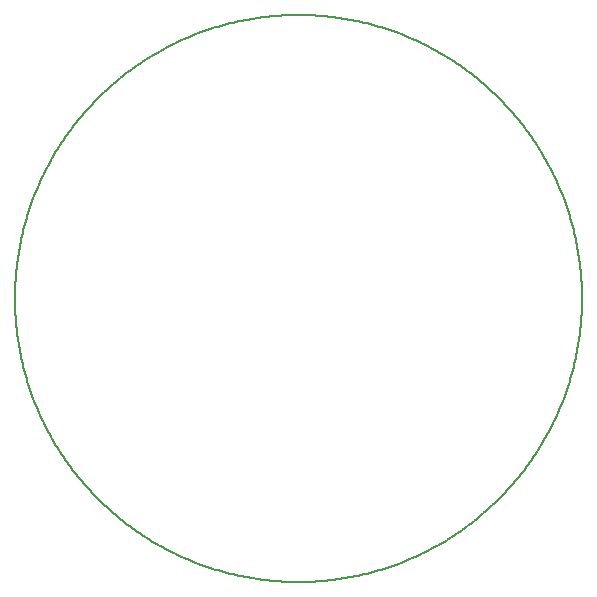
<source format=gko>
G04 Layer_Color=16711935*
%FSLAX25Y25*%
%MOIN*%
G70*
G01*
G75*
%ADD24C,0.00500*%
D24*
X-94500Y19D02*
X-94495Y-984D01*
X-94479Y-1987D01*
X-94452Y-2990D01*
X-94415Y-3992D01*
X-94367Y-4994D01*
X-94309Y-5995D01*
X-94239Y-6995D01*
X-94160Y-7995D01*
X-94069Y-8994D01*
X-93968Y-9992D01*
X-93857Y-10989D01*
X-93735Y-11984D01*
X-93602Y-12979D01*
X-93459Y-13971D01*
X-93305Y-14962D01*
X-93141Y-15952D01*
X-92966Y-16939D01*
X-92781Y-17925D01*
X-92585Y-18909D01*
X-92379Y-19890D01*
X-92163Y-20870D01*
X-91936Y-21847D01*
X-91698Y-22821D01*
X-91451Y-23793D01*
X-91193Y-24762D01*
X-90925Y-25729D01*
X-90646Y-26692D01*
X-90358Y-27653D01*
X-90059Y-28610D01*
X-89750Y-29564D01*
X-89431Y-30515D01*
X-89102Y-31463D01*
X-88763Y-32407D01*
X-88414Y-33347D01*
X-88055Y-34283D01*
X-87686Y-35216D01*
X-87307Y-36145D01*
X-86918Y-37069D01*
X-86519Y-37990D01*
X-86111Y-38906D01*
X-85693Y-39818D01*
X-85265Y-40725D01*
X-84828Y-41627D01*
X-84382Y-42525D01*
X-83925Y-43418D01*
X-83460Y-44307D01*
X-82984Y-45190D01*
X-82500Y-46068D01*
X-82006Y-46941D01*
X-81503Y-47809D01*
X-80991Y-48671D01*
X-80470Y-49528D01*
X-79939Y-50379D01*
X-79400Y-51225D01*
X-78851Y-52065D01*
X-78294Y-52899D01*
X-77728Y-53727D01*
X-77153Y-54549D01*
X-76570Y-55364D01*
X-75978Y-56174D01*
X-75377Y-56977D01*
X-74768Y-57774D01*
X-74150Y-58564D01*
X-73524Y-59348D01*
X-72890Y-60125D01*
X-72248Y-60895D01*
X-71597Y-61659D01*
X-70938Y-62415D01*
X-70272Y-63164D01*
X-69597Y-63907D01*
X-68915Y-64642D01*
X-68225Y-65369D01*
X-67527Y-66090D01*
X-66822Y-66803D01*
X-66109Y-67508D01*
X-65388Y-68206D01*
X-64660Y-68896D01*
X-63925Y-69578D01*
X-63183Y-70253D01*
X-62434Y-70920D01*
X-61677Y-71578D01*
X-60914Y-72229D01*
X-60144Y-72871D01*
X-59367Y-73506D01*
X-58583Y-74131D01*
X-57793Y-74749D01*
X-56996Y-75358D01*
X-56193Y-75959D01*
X-55383Y-76551D01*
X-54567Y-77135D01*
X-53746Y-77709D01*
X-52918Y-78275D01*
X-52084Y-78833D01*
X-51244Y-79381D01*
X-50398Y-79920D01*
X-49547Y-80451D01*
X-48690Y-80972D01*
X-47828Y-81484D01*
X-46960Y-81987D01*
X-46087Y-82481D01*
X-45209Y-82965D01*
X-44326Y-83441D01*
X-43437Y-83906D01*
X-42544Y-84363D01*
X-41646Y-84809D01*
X-40744Y-85247D01*
X-39836Y-85674D01*
X-38925Y-86092D01*
X-38008Y-86501D01*
X-37088Y-86899D01*
X-36163Y-87288D01*
X-35235Y-87667D01*
X-34302Y-88036D01*
X-33366Y-88395D01*
X-32426Y-88744D01*
X-31482Y-89083D01*
X-30534Y-89412D01*
X-29583Y-89731D01*
X-28629Y-90040D01*
X-27672Y-90339D01*
X-26711Y-90627D01*
X-25748Y-90906D01*
X-24781Y-91174D01*
X-23812Y-91432D01*
X-22840Y-91679D01*
X-21866Y-91917D01*
X-20888Y-92144D01*
X-19909Y-92360D01*
X-18928Y-92566D01*
X-17944Y-92762D01*
X-16958Y-92947D01*
X-15971Y-93122D01*
X-14981Y-93286D01*
X-13990Y-93440D01*
X-12998Y-93583D01*
X-12003Y-93716D01*
X-11008Y-93838D01*
X-10011Y-93949D01*
X-9013Y-94050D01*
X-8015Y-94141D01*
X-7015Y-94220D01*
X-6014Y-94289D01*
X-5013Y-94348D01*
X-4011Y-94396D01*
X-3009Y-94433D01*
X-2006Y-94460D01*
X-1003Y-94476D01*
X-0Y-94481D01*
X-0D02*
X1003Y-94476D01*
X2006Y-94460D01*
X3008Y-94433D01*
X4011Y-94396D01*
X5012Y-94348D01*
X6014Y-94290D01*
X7014Y-94220D01*
X8014Y-94141D01*
X9013Y-94050D01*
X10011Y-93949D01*
X11007Y-93838D01*
X12003Y-93716D01*
X12997Y-93583D01*
X13990Y-93440D01*
X14981Y-93286D01*
X15970Y-93122D01*
X16958Y-92947D01*
X17943Y-92762D01*
X18927Y-92566D01*
X19909Y-92360D01*
X20888Y-92144D01*
X21865Y-91917D01*
X22839Y-91680D01*
X23811Y-91432D01*
X24781Y-91174D01*
X25747Y-90906D01*
X26711Y-90628D01*
X27671Y-90339D01*
X28629Y-90040D01*
X29583Y-89731D01*
X30533Y-89412D01*
X31481Y-89083D01*
X32425Y-88744D01*
X33365Y-88395D01*
X34301Y-88036D01*
X35234Y-87667D01*
X36163Y-87288D01*
X37087Y-86899D01*
X38008Y-86501D01*
X38924Y-86093D01*
X39836Y-85675D01*
X40743Y-85247D01*
X41645Y-84810D01*
X42543Y-84363D01*
X43436Y-83907D01*
X44325Y-83441D01*
X45208Y-82966D01*
X46086Y-82481D01*
X46959Y-81988D01*
X47827Y-81485D01*
X48689Y-80973D01*
X49546Y-80451D01*
X50397Y-79921D01*
X51243Y-79382D01*
X52083Y-78833D01*
X52916Y-78276D01*
X53744Y-77710D01*
X54566Y-77135D01*
X55382Y-76552D01*
X56192Y-75960D01*
X56995Y-75359D01*
X57792Y-74750D01*
X58582Y-74132D01*
X59365Y-73506D01*
X60142Y-72872D01*
X60913Y-72230D01*
X61676Y-71579D01*
X62432Y-70921D01*
X63182Y-70254D01*
X63924Y-69580D01*
X64659Y-68897D01*
X65387Y-68207D01*
X66107Y-67509D01*
X66820Y-66804D01*
X67526Y-66091D01*
X68224Y-65371D01*
X68914Y-64643D01*
X69596Y-63908D01*
X70271Y-63166D01*
X70937Y-62416D01*
X71596Y-61660D01*
X72246Y-60897D01*
X72889Y-60126D01*
X73523Y-59350D01*
X74149Y-58566D01*
X74767Y-57776D01*
X75376Y-56979D01*
X75976Y-56176D01*
X76569Y-55366D01*
X77152Y-54550D01*
X77727Y-53728D01*
X78293Y-52901D01*
X78850Y-52067D01*
X79398Y-51227D01*
X79938Y-50381D01*
X80468Y-49530D01*
X80990Y-48673D01*
X81502Y-47811D01*
X82005Y-46943D01*
X82499Y-46070D01*
X82983Y-45192D01*
X83458Y-44309D01*
X83924Y-43421D01*
X84380Y-42528D01*
X84827Y-41630D01*
X85264Y-40727D01*
X85692Y-39820D01*
X86110Y-38908D01*
X86518Y-37992D01*
X86917Y-37072D01*
X87306Y-36147D01*
X87685Y-35219D01*
X88054Y-34286D01*
X88413Y-33349D01*
X88762Y-32409D01*
X89101Y-31466D01*
X89430Y-30518D01*
X89749Y-29567D01*
X90058Y-28613D01*
X90357Y-27656D01*
X90645Y-26695D01*
X90924Y-25732D01*
X91192Y-24765D01*
X91450Y-23796D01*
X91698Y-22824D01*
X91935Y-21850D01*
X92162Y-20873D01*
X92378Y-19893D01*
X92584Y-18912D01*
X92780Y-17928D01*
X92965Y-16942D01*
X93140Y-15955D01*
X93304Y-14965D01*
X93458Y-13974D01*
X93601Y-12982D01*
X93734Y-11988D01*
X93856Y-10992D01*
X93968Y-9995D01*
X94069Y-8997D01*
X94159Y-7999D01*
X94239Y-6999D01*
X94308Y-5998D01*
X94367Y-4997D01*
X94415Y-3995D01*
X94452Y-2993D01*
X94479Y-1991D01*
X94495Y-988D01*
X94500Y15D01*
Y19D01*
X94495Y1022D01*
X94479Y2025D01*
X94452Y3027D01*
X94415Y4030D01*
X94367Y5031D01*
X94308Y6033D01*
X94239Y7033D01*
X94160Y8033D01*
X94069Y9032D01*
X93968Y10030D01*
X93857Y11027D01*
X93735Y12022D01*
X93602Y13016D01*
X93459Y14009D01*
X93305Y15000D01*
X93141Y15990D01*
X92966Y16977D01*
X92781Y17963D01*
X92585Y18947D01*
X92379Y19928D01*
X92162Y20907D01*
X91936Y21884D01*
X91698Y22859D01*
X91451Y23831D01*
X91193Y24800D01*
X90925Y25767D01*
X90646Y26730D01*
X90358Y27691D01*
X90059Y28648D01*
X89750Y29602D01*
X89431Y30553D01*
X89102Y31501D01*
X88763Y32445D01*
X88414Y33385D01*
X88055Y34321D01*
X87686Y35254D01*
X87307Y36182D01*
X86918Y37107D01*
X86519Y38028D01*
X86111Y38944D01*
X85693Y39855D01*
X85265Y40763D01*
X84828Y41665D01*
X84381Y42563D01*
X83925Y43456D01*
X83459Y44345D01*
X82984Y45228D01*
X82500Y46106D01*
X82006Y46979D01*
X81503Y47847D01*
X80991Y48709D01*
X80470Y49566D01*
X79939Y50417D01*
X79400Y51263D01*
X78851Y52103D01*
X78294Y52937D01*
X77728Y53764D01*
X77153Y54586D01*
X76570Y55402D01*
X75978Y56212D01*
X75377Y57015D01*
X74768Y57812D01*
X74150Y58602D01*
X73524Y59386D01*
X72890Y60163D01*
X72248Y60933D01*
X71597Y61696D01*
X70938Y62453D01*
X70272Y63202D01*
X69597Y63944D01*
X68915Y64679D01*
X68225Y65407D01*
X67527Y66128D01*
X66821Y66840D01*
X66109Y67546D01*
X65388Y68244D01*
X64660Y68934D01*
X63925Y69616D01*
X63183Y70291D01*
X62434Y70957D01*
X61677Y71616D01*
X60914Y72267D01*
X60144Y72909D01*
X59367Y73543D01*
X58583Y74169D01*
X57793Y74787D01*
X56996Y75396D01*
X56193Y75997D01*
X55383Y76589D01*
X54567Y77172D01*
X53746Y77747D01*
X52918Y78313D01*
X52084Y78870D01*
X51244Y79419D01*
X50398Y79958D01*
X49547Y80488D01*
X48690Y81010D01*
X47828Y81522D01*
X46960Y82025D01*
X46087Y82519D01*
X45209Y83003D01*
X44326Y83478D01*
X43437Y83944D01*
X42544Y84400D01*
X41646Y84847D01*
X40744Y85284D01*
X39836Y85712D01*
X38925Y86130D01*
X38008Y86538D01*
X37088Y86937D01*
X36163Y87326D01*
X35235Y87704D01*
X34302Y88073D01*
X33366Y88433D01*
X32425Y88782D01*
X31482Y89121D01*
X30534Y89450D01*
X29583Y89769D01*
X28629Y90078D01*
X27672Y90377D01*
X26711Y90665D01*
X25747Y90944D01*
X24781Y91212D01*
X23812Y91470D01*
X22840Y91717D01*
X21865Y91954D01*
X20888Y92181D01*
X19909Y92398D01*
X18927Y92604D01*
X17944Y92800D01*
X16958Y92985D01*
X15970Y93160D01*
X14981Y93324D01*
X13990Y93478D01*
X12997Y93621D01*
X12003Y93753D01*
X11008Y93876D01*
X10011Y93987D01*
X9013Y94088D01*
X8014Y94178D01*
X7014Y94258D01*
X6014Y94327D01*
X5012Y94386D01*
X4011Y94434D01*
X3008Y94471D01*
X2006Y94498D01*
X1003Y94514D01*
X-0Y94519D01*
X-1003Y94514D01*
X-2006Y94498D01*
X-3008Y94471D01*
X-4011Y94434D01*
X-5013Y94386D01*
X-6014Y94327D01*
X-7014Y94258D01*
X-8014Y94178D01*
X-9013Y94088D01*
X-10011Y93987D01*
X-11008Y93876D01*
X-12003Y93753D01*
X-12997Y93621D01*
X-13990Y93478D01*
X-14981Y93324D01*
X-15971Y93160D01*
X-16958Y92985D01*
X-17944Y92800D01*
X-18928Y92604D01*
X-19909Y92398D01*
X-20889Y92181D01*
X-21866Y91954D01*
X-22840Y91717D01*
X-23812Y91470D01*
X-24781Y91212D01*
X-25748Y90944D01*
X-26711Y90665D01*
X-27672Y90377D01*
X-28629Y90078D01*
X-29583Y89769D01*
X-30534Y89450D01*
X-31482Y89121D01*
X-32426Y88782D01*
X-33366Y88433D01*
X-34302Y88073D01*
X-35235Y87704D01*
X-36164Y87326D01*
X-37088Y86937D01*
X-38009Y86538D01*
X-38925Y86130D01*
X-39836Y85712D01*
X-40744Y85284D01*
X-41646Y84847D01*
X-42544Y84400D01*
X-43437Y83944D01*
X-44326Y83478D01*
X-45209Y83003D01*
X-46087Y82519D01*
X-46960Y82025D01*
X-47828Y81522D01*
X-48690Y81010D01*
X-49547Y80488D01*
X-50398Y79958D01*
X-51244Y79419D01*
X-52084Y78870D01*
X-52918Y78313D01*
X-53746Y77747D01*
X-54568Y77172D01*
X-55383Y76589D01*
X-56193Y75997D01*
X-56996Y75396D01*
X-57793Y74787D01*
X-58583Y74169D01*
X-59367Y73543D01*
X-60144Y72909D01*
X-60914Y72267D01*
X-61677Y71616D01*
X-62434Y70957D01*
X-63183Y70291D01*
X-63925Y69616D01*
X-64661Y68934D01*
X-65388Y68244D01*
X-66109Y67546D01*
X-66822Y66840D01*
X-67527Y66128D01*
X-68225Y65407D01*
X-68915Y64679D01*
X-69597Y63944D01*
X-70272Y63202D01*
X-70939Y62453D01*
X-71597Y61696D01*
X-72248Y60933D01*
X-72890Y60163D01*
X-73524Y59386D01*
X-74150Y58602D01*
X-74768Y57812D01*
X-75377Y57015D01*
X-75978Y56212D01*
X-76570Y55402D01*
X-77153Y54586D01*
X-77728Y53764D01*
X-78294Y52937D01*
X-78851Y52103D01*
X-79400Y51263D01*
X-79939Y50417D01*
X-80470Y49566D01*
X-80991Y48709D01*
X-81503Y47847D01*
X-82006Y46979D01*
X-82500Y46106D01*
X-82984Y45228D01*
X-83460Y44344D01*
X-83925Y43456D01*
X-84382Y42563D01*
X-84828Y41665D01*
X-85266Y40762D01*
X-85693Y39855D01*
X-86111Y38943D01*
X-86519Y38027D01*
X-86918Y37107D01*
X-87307Y36182D01*
X-87686Y35254D01*
X-88055Y34321D01*
X-88414Y33385D01*
X-88763Y32444D01*
X-89102Y31501D01*
X-89431Y30553D01*
X-89750Y29602D01*
X-90059Y28648D01*
X-90358Y27691D01*
X-90646Y26730D01*
X-90925Y25767D01*
X-91193Y24800D01*
X-91451Y23831D01*
X-91698Y22859D01*
X-91936Y21884D01*
X-92163Y20907D01*
X-92379Y19928D01*
X-92585Y18946D01*
X-92781Y17963D01*
X-92966Y16977D01*
X-93141Y15989D01*
X-93305Y15000D01*
X-93459Y14009D01*
X-93602Y13016D01*
X-93735Y12022D01*
X-93857Y11027D01*
X-93968Y10030D01*
X-94069Y9032D01*
X-94160Y8033D01*
X-94239Y7033D01*
X-94309Y6033D01*
X-94367Y5031D01*
X-94415Y4030D01*
X-94452Y3027D01*
X-94479Y2025D01*
X-94495Y1022D01*
X-94500Y19D01*
M02*

</source>
